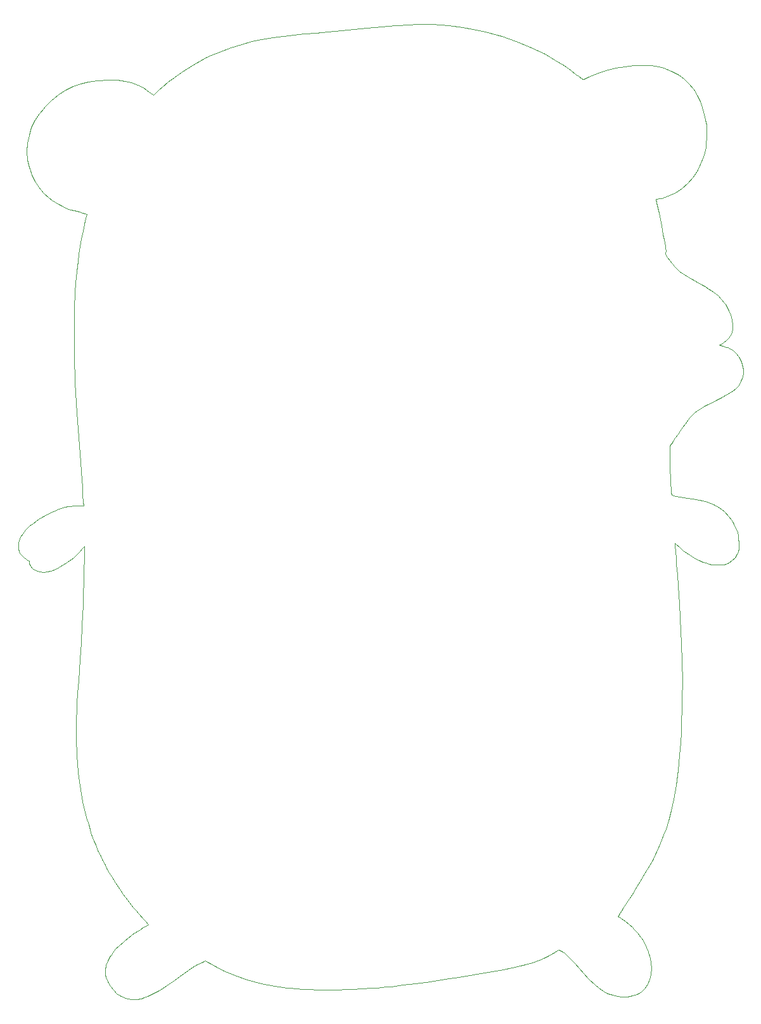
<source format=gbr>
G04 #@! TF.GenerationSoftware,KiCad,Pcbnew,8.0.5-8.0.5-0~ubuntu24.04.1*
G04 #@! TF.CreationDate,2024-09-29T10:33:02+09:00*
G04 #@! TF.ProjectId,gopher_flower_rp2040_sw,676f7068-6572-45f6-966c-6f7765725f72,rev?*
G04 #@! TF.SameCoordinates,Original*
G04 #@! TF.FileFunction,Profile,NP*
%FSLAX46Y46*%
G04 Gerber Fmt 4.6, Leading zero omitted, Abs format (unit mm)*
G04 Created by KiCad (PCBNEW 8.0.5-8.0.5-0~ubuntu24.04.1) date 2024-09-29 10:33:02*
%MOMM*%
%LPD*%
G01*
G04 APERTURE LIST*
G04 #@! TA.AperFunction,Profile*
%ADD10C,0.050000*%
G04 #@! TD*
G04 APERTURE END LIST*
D10*
X65085000Y-108350000D02*
X65095000Y-108130000D01*
X65095000Y-108130000D02*
X65115000Y-107810000D01*
X65105000Y-108680000D02*
X65085000Y-108350000D01*
X65115000Y-107810000D02*
X65195000Y-107500000D01*
X65155000Y-108910000D02*
X65105000Y-108680000D01*
X65195000Y-107500000D02*
X65385000Y-107050000D01*
X65205000Y-109030000D02*
X65155000Y-108910000D01*
X65375000Y-109290000D02*
X65205000Y-109030000D01*
X65385000Y-107050000D02*
X65685000Y-106570000D01*
X65615000Y-109570000D02*
X65375000Y-109290000D01*
X65685000Y-106570000D02*
X66065000Y-106100000D01*
X65865000Y-109820000D02*
X65615000Y-109570000D01*
X66065000Y-106100000D02*
X66195000Y-105950000D01*
X66115000Y-110010000D02*
X65865000Y-109820000D01*
X66195000Y-105950000D02*
X66635000Y-105540000D01*
X66225000Y-55500000D02*
X66305000Y-54430000D01*
X66305000Y-54430000D02*
X66495000Y-53380000D01*
X66305000Y-110140000D02*
X66115000Y-110010000D01*
X66315000Y-56610000D02*
X66225000Y-55500000D01*
X66495000Y-53380000D02*
X66825000Y-52370000D01*
X66525000Y-57680000D02*
X66315000Y-56610000D01*
X66535000Y-110250000D02*
X66305000Y-110140000D01*
X66555000Y-110600000D02*
X66535000Y-110250000D01*
X66575000Y-57830000D02*
X66525000Y-57680000D01*
X66635000Y-105540000D02*
X66775000Y-105410000D01*
X66705000Y-110950000D02*
X66555000Y-110600000D01*
X66775000Y-105410000D02*
X67015000Y-105210000D01*
X66825000Y-52370000D02*
X67335000Y-51330000D01*
X66865000Y-58710000D02*
X66575000Y-57830000D01*
X66995000Y-111260000D02*
X66705000Y-110950000D01*
X67015000Y-105210000D02*
X67435000Y-104870000D01*
X67265000Y-59500000D02*
X66865000Y-58710000D01*
X67335000Y-51330000D02*
X67875000Y-50480000D01*
X67395000Y-111500000D02*
X66995000Y-111260000D01*
X67435000Y-104870000D02*
X67815000Y-104620000D01*
X67795000Y-60290000D02*
X67265000Y-59500000D01*
X67815000Y-104620000D02*
X68185000Y-104380000D01*
X67875000Y-50480000D02*
X68445000Y-49780000D01*
X67915000Y-111670000D02*
X67395000Y-111500000D01*
X68185000Y-104380000D02*
X68525000Y-104190000D01*
X68415000Y-61010000D02*
X67795000Y-60290000D01*
X68445000Y-49780000D02*
X68555000Y-49630000D01*
X68445000Y-111740000D02*
X67915000Y-111670000D01*
X68525000Y-104190000D02*
X68955000Y-103940000D01*
X68555000Y-49630000D02*
X69155000Y-49030000D01*
X68895000Y-111720000D02*
X68445000Y-111740000D01*
X68955000Y-103940000D02*
X69715000Y-103600000D01*
X69145000Y-61710000D02*
X68415000Y-61010000D01*
X69155000Y-49030000D02*
X69465000Y-48730000D01*
X69435000Y-111590000D02*
X68895000Y-111720000D01*
X69465000Y-48730000D02*
X69855000Y-48410000D01*
X69585000Y-62030000D02*
X69145000Y-61710000D01*
X69715000Y-103600000D02*
X70475000Y-103300000D01*
X69855000Y-48410000D02*
X70445000Y-47940000D01*
X70005000Y-62340000D02*
X69585000Y-62030000D01*
X70105000Y-111320000D02*
X69435000Y-111590000D01*
X70445000Y-47940000D02*
X71365000Y-47340000D01*
X70465000Y-62610000D02*
X70005000Y-62340000D01*
X70475000Y-103300000D02*
X71295000Y-103070000D01*
X70495000Y-111110000D02*
X70105000Y-111320000D01*
X70935000Y-62870000D02*
X70465000Y-62610000D01*
X71295000Y-103070000D02*
X71775000Y-102970000D01*
X71365000Y-47340000D02*
X72365000Y-46840000D01*
X71375000Y-63080000D02*
X70935000Y-62870000D01*
X71595000Y-110410000D02*
X70495000Y-111110000D01*
X71775000Y-102970000D02*
X72695000Y-102910000D01*
X71785000Y-63230000D02*
X71375000Y-63080000D01*
X72075000Y-63330000D02*
X71785000Y-63230000D01*
X72365000Y-46840000D02*
X73405000Y-46470000D01*
X72445000Y-109780000D02*
X71595000Y-110410000D01*
X72515000Y-78780000D02*
X72525000Y-77620000D01*
X72525000Y-77620000D02*
X72555000Y-76030000D01*
X72525000Y-81040000D02*
X72515000Y-78780000D01*
X72525000Y-82080000D02*
X72525000Y-81040000D01*
X72555000Y-76030000D02*
X72605000Y-74870000D01*
X72565000Y-83970000D02*
X72525000Y-82080000D01*
X72585000Y-63450000D02*
X72075000Y-63330000D01*
X72595000Y-85230000D02*
X72565000Y-83970000D01*
X72605000Y-74870000D02*
X72625000Y-74270000D01*
X72625000Y-74270000D02*
X72705000Y-73170000D01*
X72665000Y-86390000D02*
X72595000Y-85230000D01*
X72695000Y-102910000D02*
X73325000Y-102900000D01*
X72705000Y-73170000D02*
X72785000Y-72280000D01*
X72785000Y-72280000D02*
X72865000Y-71550000D01*
X72785000Y-133380000D02*
X72805000Y-132260000D01*
X72805000Y-132260000D02*
X72825000Y-131330000D01*
X72805000Y-134130000D02*
X72785000Y-133380000D01*
X72825000Y-131330000D02*
X72865000Y-130250000D01*
X72865000Y-71550000D02*
X72935000Y-70870000D01*
X72865000Y-130250000D02*
X72915000Y-129270000D01*
X72865000Y-135960000D02*
X72805000Y-134130000D01*
X72885000Y-109400000D02*
X72445000Y-109780000D01*
X72895000Y-136410000D02*
X72865000Y-135960000D01*
X72905000Y-90450000D02*
X72665000Y-86390000D01*
X72915000Y-129270000D02*
X72985000Y-127850000D01*
X72935000Y-70870000D02*
X73025000Y-70160000D01*
X72955000Y-137150000D02*
X72895000Y-136410000D01*
X72985000Y-127850000D02*
X73095000Y-126260000D01*
X73025000Y-70160000D02*
X73155000Y-69300000D01*
X73065000Y-138530000D02*
X72955000Y-137150000D01*
X73095000Y-126260000D02*
X73275000Y-123340000D01*
X73155000Y-69300000D02*
X73335000Y-68150000D01*
X73195000Y-139670000D02*
X73065000Y-138530000D01*
X73205000Y-63600000D02*
X72585000Y-63450000D01*
X73275000Y-123340000D02*
X73445000Y-121140000D01*
X73295000Y-108990000D02*
X72885000Y-109400000D01*
X73325000Y-102900000D02*
X73775000Y-102900000D01*
X73335000Y-68150000D02*
X73495000Y-67270000D01*
X73365000Y-140830000D02*
X73195000Y-139670000D01*
X73395000Y-97070000D02*
X72905000Y-90450000D01*
X73405000Y-46470000D02*
X74425000Y-46200000D01*
X73445000Y-121140000D02*
X73565000Y-118890000D01*
X73485000Y-98330000D02*
X73395000Y-97070000D01*
X73495000Y-67270000D02*
X73715000Y-66160000D01*
X73565000Y-118890000D02*
X73695000Y-116200000D01*
X73575000Y-108670000D02*
X73295000Y-108990000D01*
X73615000Y-100330000D02*
X73485000Y-98330000D01*
X73665000Y-142390000D02*
X73365000Y-140830000D01*
X73685000Y-63730000D02*
X73205000Y-63600000D01*
X73685000Y-101400000D02*
X73615000Y-100330000D01*
X73695000Y-116200000D02*
X73755000Y-114630000D01*
X73715000Y-66160000D02*
X73895000Y-65310000D01*
X73745000Y-102400000D02*
X73685000Y-101400000D01*
X73755000Y-114630000D02*
X73795000Y-113040000D01*
X73775000Y-102900000D02*
X73745000Y-102400000D01*
X73775000Y-108420000D02*
X73575000Y-108670000D01*
X73795000Y-113040000D02*
X73835000Y-111380000D01*
X73835000Y-111380000D02*
X73865000Y-110050000D01*
X73865000Y-108330000D02*
X73775000Y-108420000D01*
X73865000Y-108640000D02*
X73865000Y-108330000D01*
X73865000Y-110050000D02*
X73875000Y-109450000D01*
X73875000Y-109450000D02*
X73865000Y-108640000D01*
X73895000Y-65310000D02*
X74025000Y-64750000D01*
X74025000Y-63830000D02*
X73685000Y-63730000D01*
X74025000Y-64750000D02*
X74155000Y-64220000D01*
X74155000Y-64220000D02*
X74235000Y-63920000D01*
X74175000Y-144550000D02*
X73665000Y-142390000D01*
X74235000Y-63920000D02*
X74025000Y-63830000D01*
X74425000Y-46200000D02*
X75595000Y-46030000D01*
X74455000Y-145450000D02*
X74175000Y-144550000D01*
X74655000Y-146150000D02*
X74455000Y-145450000D01*
X74785000Y-146540000D02*
X74655000Y-146150000D01*
X75205000Y-147670000D02*
X74785000Y-146540000D01*
X75415000Y-148200000D02*
X75205000Y-147670000D01*
X75595000Y-46030000D02*
X77145000Y-45960000D01*
X75715000Y-148900000D02*
X75415000Y-148200000D01*
X76065000Y-149690000D02*
X75715000Y-148900000D01*
X76265000Y-150100000D02*
X76065000Y-149690000D01*
X76675000Y-150870000D02*
X76265000Y-150100000D01*
X76675000Y-164940000D02*
X76785000Y-164280000D01*
X76705000Y-165560000D02*
X76675000Y-164940000D01*
X76775000Y-165860000D02*
X76705000Y-165560000D01*
X76785000Y-164280000D02*
X77025000Y-163630000D01*
X76875000Y-151280000D02*
X76675000Y-150870000D01*
X76995000Y-166450000D02*
X76775000Y-165860000D01*
X77025000Y-163630000D02*
X77165000Y-163370000D01*
X77145000Y-45960000D02*
X78335000Y-46010000D01*
X77165000Y-163370000D02*
X77365000Y-163030000D01*
X77225000Y-151890000D02*
X76875000Y-151280000D01*
X77335000Y-167030000D02*
X76995000Y-166450000D01*
X77365000Y-163030000D02*
X77415000Y-162950000D01*
X77415000Y-162950000D02*
X77705000Y-162560000D01*
X77675000Y-152640000D02*
X77225000Y-151890000D01*
X77705000Y-162560000D02*
X77905000Y-162300000D01*
X77755000Y-167550000D02*
X77335000Y-167030000D01*
X77905000Y-162300000D02*
X78085000Y-162100000D01*
X78085000Y-153280000D02*
X77675000Y-152640000D01*
X78085000Y-162100000D02*
X78455000Y-161710000D01*
X78255000Y-168040000D02*
X77755000Y-167550000D01*
X78335000Y-46010000D02*
X79275000Y-46120000D01*
X78455000Y-161710000D02*
X78615000Y-161550000D01*
X78605000Y-154080000D02*
X78085000Y-153280000D01*
X78615000Y-161550000D02*
X79035000Y-161180000D01*
X78805000Y-168410000D02*
X78255000Y-168040000D01*
X79035000Y-161180000D02*
X79335000Y-160920000D01*
X79085000Y-154740000D02*
X78605000Y-154080000D01*
X79275000Y-46120000D02*
X80175000Y-46320000D01*
X79335000Y-160920000D02*
X79735000Y-160610000D01*
X79395000Y-168680000D02*
X78805000Y-168410000D01*
X79645000Y-155520000D02*
X79085000Y-154740000D01*
X79675000Y-168760000D02*
X79395000Y-168680000D01*
X79735000Y-160610000D02*
X80125000Y-160310000D01*
X79915000Y-155870000D02*
X79645000Y-155520000D01*
X80125000Y-160310000D02*
X80365000Y-160130000D01*
X80175000Y-46320000D02*
X81005000Y-46630000D01*
X80245000Y-168850000D02*
X79675000Y-168760000D01*
X80365000Y-160130000D02*
X80895000Y-159780000D01*
X80455000Y-156540000D02*
X79915000Y-155870000D01*
X80745000Y-156910000D02*
X80455000Y-156540000D01*
X80875000Y-168840000D02*
X80245000Y-168850000D01*
X80895000Y-159780000D02*
X81315000Y-159500000D01*
X81005000Y-46630000D02*
X81745000Y-47000000D01*
X81145000Y-157370000D02*
X80745000Y-156910000D01*
X81315000Y-159500000D02*
X81795000Y-159200000D01*
X81505000Y-168730000D02*
X80875000Y-168840000D01*
X81745000Y-47000000D02*
X82195000Y-47310000D01*
X81795000Y-159200000D02*
X82175000Y-158970000D01*
X81875000Y-158200000D02*
X81145000Y-157370000D01*
X81885000Y-168620000D02*
X81505000Y-168730000D01*
X82165000Y-158520000D02*
X81875000Y-158200000D01*
X82175000Y-158970000D02*
X82435000Y-158820000D01*
X82195000Y-47310000D02*
X82555000Y-47560000D01*
X82295000Y-158660000D02*
X82165000Y-158520000D01*
X82355000Y-168440000D02*
X81885000Y-168620000D01*
X82435000Y-158820000D02*
X82295000Y-158660000D01*
X82555000Y-47560000D02*
X82825000Y-47790000D01*
X82825000Y-47790000D02*
X83035000Y-47960000D01*
X83035000Y-47960000D02*
X83085000Y-48010000D01*
X83075000Y-168100000D02*
X82355000Y-168440000D01*
X83085000Y-48010000D02*
X83345000Y-47750000D01*
X83345000Y-47750000D02*
X83535000Y-47580000D01*
X83535000Y-47580000D02*
X83915000Y-47240000D01*
X83725000Y-167730000D02*
X83075000Y-168100000D01*
X83915000Y-47240000D02*
X84315000Y-46910000D01*
X84305000Y-167380000D02*
X83725000Y-167730000D01*
X84315000Y-46910000D02*
X85115000Y-46220000D01*
X84885000Y-166980000D02*
X84305000Y-167380000D01*
X85115000Y-46220000D02*
X85935000Y-45610000D01*
X85455000Y-166590000D02*
X84885000Y-166980000D01*
X85885000Y-166290000D02*
X85455000Y-166590000D01*
X85935000Y-45610000D02*
X86835000Y-44960000D01*
X86605000Y-165770000D02*
X85885000Y-166290000D01*
X86835000Y-44960000D02*
X88485000Y-43910000D01*
X87185000Y-165370000D02*
X86605000Y-165770000D01*
X87755000Y-164970000D02*
X87185000Y-165370000D01*
X88385000Y-164550000D02*
X87755000Y-164970000D01*
X88485000Y-43910000D02*
X89665000Y-43280000D01*
X88985000Y-164200000D02*
X88385000Y-164550000D01*
X89595000Y-163880000D02*
X88985000Y-164200000D01*
X89665000Y-43280000D02*
X90245000Y-42970000D01*
X89895000Y-163730000D02*
X89595000Y-163880000D01*
X90015000Y-163700000D02*
X89895000Y-163730000D01*
X90205000Y-163780000D02*
X90015000Y-163700000D01*
X90245000Y-42970000D02*
X90845000Y-42700000D01*
X90315000Y-163840000D02*
X90205000Y-163780000D01*
X90655000Y-164040000D02*
X90315000Y-163840000D01*
X90845000Y-42700000D02*
X91905000Y-42220000D01*
X91395000Y-164450000D02*
X90655000Y-164040000D01*
X91905000Y-42220000D02*
X93415000Y-41650000D01*
X92485000Y-165010000D02*
X91395000Y-164450000D01*
X92945000Y-165200000D02*
X92485000Y-165010000D01*
X93415000Y-41650000D02*
X94855000Y-41200000D01*
X94255000Y-165730000D02*
X92945000Y-165200000D01*
X94855000Y-41200000D02*
X96245000Y-40840000D01*
X95635000Y-166190000D02*
X94255000Y-165730000D01*
X96245000Y-40840000D02*
X97505000Y-40580000D01*
X97505000Y-40580000D02*
X99105000Y-40320000D01*
X97505000Y-166680000D02*
X95635000Y-166190000D01*
X99105000Y-40320000D02*
X100425000Y-40140000D01*
X99305000Y-167030000D02*
X97505000Y-166680000D01*
X99925000Y-167120000D02*
X99305000Y-167030000D01*
X100425000Y-40140000D02*
X101285000Y-40030000D01*
X101025000Y-167280000D02*
X99925000Y-167120000D01*
X101285000Y-40030000D02*
X103225000Y-39830000D01*
X101405000Y-167320000D02*
X101025000Y-167280000D01*
X103125000Y-167470000D02*
X101405000Y-167320000D01*
X103225000Y-39830000D02*
X104855000Y-39680000D01*
X103685000Y-167490000D02*
X103125000Y-167470000D01*
X104855000Y-39680000D02*
X105585000Y-39620000D01*
X105285000Y-167560000D02*
X103685000Y-167490000D01*
X105585000Y-39620000D02*
X107355000Y-39460000D01*
X105815000Y-167560000D02*
X105285000Y-167560000D01*
X107085000Y-167550000D02*
X105815000Y-167560000D01*
X107355000Y-39460000D02*
X109025000Y-39310000D01*
X109025000Y-39310000D02*
X111665000Y-39040000D01*
X109445000Y-167490000D02*
X107085000Y-167550000D01*
X111255000Y-167410000D02*
X109445000Y-167490000D01*
X111665000Y-39040000D02*
X113585000Y-38850000D01*
X111995000Y-167350000D02*
X111255000Y-167410000D01*
X113035000Y-167270000D02*
X111995000Y-167350000D01*
X113585000Y-38850000D02*
X115455000Y-38680000D01*
X114205000Y-167170000D02*
X113035000Y-167270000D01*
X114955000Y-167100000D02*
X114205000Y-167170000D01*
X115455000Y-38680000D02*
X117355000Y-38580000D01*
X115855000Y-166990000D02*
X114955000Y-167100000D01*
X117185000Y-166830000D02*
X115855000Y-166990000D01*
X117355000Y-38580000D02*
X118305000Y-38550000D01*
X118155000Y-166710000D02*
X117185000Y-166830000D01*
X118305000Y-38550000D02*
X119395000Y-38550000D01*
X119395000Y-38550000D02*
X120375000Y-38560000D01*
X120115000Y-166420000D02*
X118155000Y-166710000D01*
X120375000Y-38560000D02*
X121495000Y-38610000D01*
X121495000Y-38610000D02*
X122575000Y-38700000D01*
X121595000Y-166200000D02*
X120115000Y-166420000D01*
X122575000Y-38700000D02*
X124445000Y-38940000D01*
X122635000Y-166040000D02*
X121595000Y-166200000D01*
X123965000Y-165830000D02*
X122635000Y-166040000D01*
X124445000Y-38940000D02*
X125825000Y-39170000D01*
X125825000Y-39170000D02*
X127475000Y-39530000D01*
X125885000Y-165510000D02*
X123965000Y-165830000D01*
X127355000Y-165270000D02*
X125885000Y-165510000D01*
X127475000Y-39530000D02*
X128975000Y-39930000D01*
X128425000Y-165110000D02*
X127355000Y-165270000D01*
X128975000Y-39930000D02*
X129685000Y-40130000D01*
X129685000Y-40130000D02*
X131565000Y-40780000D01*
X129845000Y-164860000D02*
X128425000Y-165110000D01*
X131075000Y-164610000D02*
X129845000Y-164860000D01*
X131565000Y-40780000D02*
X133405000Y-41540000D01*
X132155000Y-164370000D02*
X131075000Y-164610000D01*
X132835000Y-164190000D02*
X132155000Y-164370000D01*
X133405000Y-41540000D02*
X135455000Y-42550000D01*
X133735000Y-163920000D02*
X132835000Y-164190000D01*
X134685000Y-163560000D02*
X133735000Y-163920000D01*
X135265000Y-163310000D02*
X134685000Y-163560000D01*
X135455000Y-42550000D02*
X136845000Y-43320000D01*
X135925000Y-162990000D02*
X135265000Y-163310000D01*
X136375000Y-162760000D02*
X135925000Y-162990000D01*
X136695000Y-162570000D02*
X136375000Y-162760000D01*
X136845000Y-43320000D02*
X137965000Y-44050000D01*
X137055000Y-162340000D02*
X136695000Y-162570000D01*
X137315000Y-162210000D02*
X137055000Y-162340000D01*
X137795000Y-162470000D02*
X137315000Y-162210000D01*
X137965000Y-44050000D02*
X138905000Y-44690000D01*
X138035000Y-162670000D02*
X137795000Y-162470000D01*
X138385000Y-162970000D02*
X138035000Y-162670000D01*
X138695000Y-163260000D02*
X138385000Y-162970000D01*
X138905000Y-44690000D02*
X139555000Y-45180000D01*
X139015000Y-163590000D02*
X138695000Y-163260000D01*
X139425000Y-164040000D02*
X139015000Y-163590000D01*
X139555000Y-45180000D02*
X139915000Y-45450000D01*
X139915000Y-45450000D02*
X140355000Y-45770000D01*
X139995000Y-164680000D02*
X139425000Y-164040000D01*
X140355000Y-45770000D02*
X140435000Y-45830000D01*
X140435000Y-45830000D02*
X140485000Y-45860000D01*
X140485000Y-45860000D02*
X140585000Y-45860000D01*
X140585000Y-45860000D02*
X140775000Y-45810000D01*
X140605000Y-165380000D02*
X139995000Y-164680000D01*
X140775000Y-45810000D02*
X141315000Y-45550000D01*
X141305000Y-166110000D02*
X140605000Y-165380000D01*
X141315000Y-45550000D02*
X142145000Y-45210000D01*
X142115000Y-166870000D02*
X141305000Y-166110000D01*
X142145000Y-45210000D02*
X142525000Y-45070000D01*
X142525000Y-45070000D02*
X143605000Y-44700000D01*
X142635000Y-167290000D02*
X142115000Y-166870000D01*
X143255000Y-167710000D02*
X142635000Y-167290000D01*
X143605000Y-44700000D02*
X144865000Y-44390000D01*
X143865000Y-168030000D02*
X143255000Y-167710000D01*
X144505000Y-168260000D02*
X143865000Y-168030000D01*
X144865000Y-44390000D02*
X146085000Y-44170000D01*
X145135000Y-168400000D02*
X144505000Y-168260000D01*
X145195000Y-157700000D02*
X145225000Y-157750000D01*
X145225000Y-157750000D02*
X145325000Y-157820000D01*
X145235000Y-157660000D02*
X145195000Y-157700000D01*
X145325000Y-157820000D02*
X145585000Y-157980000D01*
X145355000Y-157490000D02*
X145235000Y-157660000D01*
X145465000Y-157330000D02*
X145355000Y-157490000D01*
X145585000Y-157980000D02*
X145945000Y-158230000D01*
X145685000Y-156980000D02*
X145465000Y-157330000D01*
X145815000Y-168480000D02*
X145135000Y-168400000D01*
X145895000Y-156670000D02*
X145685000Y-156980000D01*
X145945000Y-158230000D02*
X146125000Y-158350000D01*
X146085000Y-44170000D02*
X147325000Y-44030000D01*
X146125000Y-158350000D02*
X146685000Y-158800000D01*
X146215000Y-156170000D02*
X145895000Y-156670000D01*
X146425000Y-168480000D02*
X145815000Y-168480000D01*
X146685000Y-158800000D02*
X147115000Y-159200000D01*
X146715000Y-155380000D02*
X146215000Y-156170000D01*
X147105000Y-154760000D02*
X146715000Y-155380000D01*
X147115000Y-159200000D02*
X147315000Y-159410000D01*
X147135000Y-168360000D02*
X146425000Y-168480000D01*
X147315000Y-159410000D02*
X147685000Y-159800000D01*
X147325000Y-44030000D02*
X148455000Y-44000000D01*
X147685000Y-153820000D02*
X147105000Y-154760000D01*
X147685000Y-159800000D02*
X147785000Y-159910000D01*
X147765000Y-168130000D02*
X147135000Y-168360000D01*
X147785000Y-159910000D02*
X148085000Y-160280000D01*
X148055000Y-167960000D02*
X147765000Y-168130000D01*
X148085000Y-160280000D02*
X148185000Y-160430000D01*
X148185000Y-160430000D02*
X148365000Y-160700000D01*
X148235000Y-152930000D02*
X147685000Y-153820000D01*
X148295000Y-167800000D02*
X148055000Y-167960000D01*
X148365000Y-160700000D02*
X148715000Y-161260000D01*
X148455000Y-44000000D02*
X149625000Y-44070000D01*
X148695000Y-152160000D02*
X148235000Y-152930000D01*
X148715000Y-161260000D02*
X148985000Y-161850000D01*
X148755000Y-167360000D02*
X148295000Y-167800000D01*
X148985000Y-161850000D02*
X149115000Y-162110000D01*
X149115000Y-162110000D02*
X149165000Y-162240000D01*
X149145000Y-166780000D02*
X148755000Y-167360000D01*
X149165000Y-162240000D02*
X149355000Y-162800000D01*
X149355000Y-162800000D02*
X149415000Y-162980000D01*
X149415000Y-162980000D02*
X149585000Y-163840000D01*
X149415000Y-166140000D02*
X149145000Y-166780000D01*
X149485000Y-150770000D02*
X148695000Y-152160000D01*
X149555000Y-165530000D02*
X149415000Y-166140000D01*
X149585000Y-163840000D02*
X149645000Y-164690000D01*
X149625000Y-44070000D02*
X150675000Y-44240000D01*
X149645000Y-164690000D02*
X149555000Y-165530000D01*
X149815000Y-150170000D02*
X149485000Y-150770000D01*
X150275000Y-149250000D02*
X149815000Y-150170000D01*
X150295000Y-61940000D02*
X150375000Y-62370000D01*
X150325000Y-61900000D02*
X150295000Y-61940000D01*
X150365000Y-61900000D02*
X150325000Y-61900000D01*
X150375000Y-62370000D02*
X150535000Y-63100000D01*
X150465000Y-61890000D02*
X150365000Y-61900000D01*
X150535000Y-63100000D02*
X150665000Y-63770000D01*
X150665000Y-63770000D02*
X150845000Y-64630000D01*
X150675000Y-44240000D02*
X151245000Y-44390000D01*
X150675000Y-61850000D02*
X150465000Y-61890000D01*
X150685000Y-148380000D02*
X150275000Y-149250000D01*
X150845000Y-64630000D02*
X151005000Y-65450000D01*
X150995000Y-61780000D02*
X150675000Y-61850000D01*
X151005000Y-65450000D02*
X151235000Y-66680000D01*
X151065000Y-147470000D02*
X150685000Y-148380000D01*
X151235000Y-66680000D02*
X151355000Y-67330000D01*
X151245000Y-44390000D02*
X152275000Y-44760000D01*
X151305000Y-146860000D02*
X151065000Y-147470000D01*
X151355000Y-67330000D02*
X151505000Y-68150000D01*
X151485000Y-61620000D02*
X150995000Y-61780000D01*
X151505000Y-68150000D02*
X151565000Y-68550000D01*
X151525000Y-69160000D02*
X151575000Y-69290000D01*
X151535000Y-69090000D02*
X151525000Y-69160000D01*
X151565000Y-68550000D02*
X151585000Y-68700000D01*
X151575000Y-69020000D02*
X151535000Y-69090000D01*
X151575000Y-69290000D02*
X151805000Y-69670000D01*
X151585000Y-68700000D02*
X151595000Y-68900000D01*
X151595000Y-68900000D02*
X151575000Y-69020000D01*
X151595000Y-146070000D02*
X151305000Y-146860000D01*
X151805000Y-69670000D02*
X152135000Y-70150000D01*
X151905000Y-61480000D02*
X151485000Y-61620000D01*
X151925000Y-144990000D02*
X151595000Y-146070000D01*
X152135000Y-70150000D02*
X152375000Y-70460000D01*
X152135000Y-97280000D02*
X152145000Y-98240000D01*
X152145000Y-95680000D02*
X152145000Y-96480000D01*
X152145000Y-96480000D02*
X152135000Y-97280000D01*
X152145000Y-98240000D02*
X152175000Y-98990000D01*
X152155000Y-95120000D02*
X152145000Y-95680000D01*
X152165000Y-94940000D02*
X152155000Y-95120000D01*
X152175000Y-98990000D02*
X152195000Y-99540000D01*
X152195000Y-99540000D02*
X152205000Y-99820000D01*
X152205000Y-99820000D02*
X152275000Y-100650000D01*
X152215000Y-94780000D02*
X152165000Y-94940000D01*
X152255000Y-94700000D02*
X152215000Y-94780000D01*
X152275000Y-44760000D02*
X153145000Y-45220000D01*
X152275000Y-100650000D02*
X152305000Y-101100000D01*
X152285000Y-143600000D02*
X151925000Y-144990000D01*
X152305000Y-101100000D02*
X152355000Y-101480000D01*
X152355000Y-94540000D02*
X152255000Y-94700000D01*
X152355000Y-101480000D02*
X152895000Y-101580000D01*
X152375000Y-70460000D02*
X152515000Y-70630000D01*
X152445000Y-61260000D02*
X151905000Y-61480000D01*
X152515000Y-70630000D02*
X152715000Y-70850000D01*
X152555000Y-94250000D02*
X152355000Y-94540000D01*
X152615000Y-142070000D02*
X152285000Y-143600000D01*
X152715000Y-70850000D02*
X152885000Y-71030000D01*
X152825000Y-107860000D02*
X152835000Y-108150000D01*
X152835000Y-108150000D02*
X152885000Y-109020000D01*
X152845000Y-93840000D02*
X152555000Y-94250000D01*
X152885000Y-71030000D02*
X153165000Y-71310000D01*
X152885000Y-109020000D02*
X152945000Y-109740000D01*
X152895000Y-101580000D02*
X153995000Y-101760000D01*
X152925000Y-61010000D02*
X152445000Y-61260000D01*
X152945000Y-109740000D02*
X153005000Y-110640000D01*
X152945000Y-140230000D02*
X152615000Y-142070000D01*
X152965000Y-108020000D02*
X152825000Y-107860000D01*
X153005000Y-110640000D02*
X153115000Y-112130000D01*
X153115000Y-112130000D02*
X153215000Y-113560000D01*
X153145000Y-45220000D02*
X153285000Y-45310000D01*
X153165000Y-71310000D02*
X153525000Y-71620000D01*
X153195000Y-93340000D02*
X152845000Y-93840000D01*
X153215000Y-113560000D02*
X153385000Y-116020000D01*
X153225000Y-138170000D02*
X152945000Y-140230000D01*
X153285000Y-45310000D02*
X153985000Y-45810000D01*
X153375000Y-108390000D02*
X152965000Y-108020000D01*
X153385000Y-116020000D02*
X153485000Y-117690000D01*
X153425000Y-136230000D02*
X153225000Y-138170000D01*
X153485000Y-92900000D02*
X153195000Y-93340000D01*
X153485000Y-117690000D02*
X153595000Y-119690000D01*
X153525000Y-71620000D02*
X153675000Y-71740000D01*
X153545000Y-134570000D02*
X153425000Y-136230000D01*
X153595000Y-119690000D02*
X153665000Y-121140000D01*
X153625000Y-133100000D02*
X153545000Y-134570000D01*
X153665000Y-121140000D02*
X153785000Y-126340000D01*
X153675000Y-71740000D02*
X153915000Y-71900000D01*
X153695000Y-131550000D02*
X153625000Y-133100000D01*
X153735000Y-130230000D02*
X153695000Y-131550000D01*
X153755000Y-60460000D02*
X152925000Y-61010000D01*
X153775000Y-128610000D02*
X153735000Y-130230000D01*
X153785000Y-126340000D02*
X153775000Y-128610000D01*
X153845000Y-92360000D02*
X153485000Y-92900000D01*
X153915000Y-71900000D02*
X154555000Y-72290000D01*
X153915000Y-108850000D02*
X153375000Y-108390000D01*
X153985000Y-45810000D02*
X154705000Y-46510000D01*
X153995000Y-101760000D02*
X154445000Y-101830000D01*
X154125000Y-91960000D02*
X153845000Y-92360000D01*
X154445000Y-101830000D02*
X155165000Y-101960000D01*
X154495000Y-59810000D02*
X153755000Y-60460000D01*
X154555000Y-72290000D02*
X155015000Y-72550000D01*
X154555000Y-91370000D02*
X154125000Y-91960000D01*
X154705000Y-46510000D02*
X155325000Y-47270000D01*
X154775000Y-91100000D02*
X154555000Y-91370000D01*
X154815000Y-109500000D02*
X153915000Y-108850000D01*
X155015000Y-72550000D02*
X155365000Y-72750000D01*
X155085000Y-90760000D02*
X154775000Y-91100000D01*
X155165000Y-101960000D02*
X155635000Y-102050000D01*
X155175000Y-59040000D02*
X154495000Y-59810000D01*
X155325000Y-47270000D02*
X155865000Y-48160000D01*
X155365000Y-72750000D02*
X155625000Y-72900000D01*
X155405000Y-90460000D02*
X155085000Y-90760000D01*
X155625000Y-72900000D02*
X156535000Y-73410000D01*
X155625000Y-109970000D02*
X154815000Y-109500000D01*
X155635000Y-102050000D02*
X156045000Y-102140000D01*
X155735000Y-58200000D02*
X155175000Y-59040000D01*
X155785000Y-90170000D02*
X155405000Y-90460000D01*
X155865000Y-48160000D02*
X156165000Y-48840000D01*
X156025000Y-110150000D02*
X155625000Y-109970000D01*
X156045000Y-102140000D02*
X156535000Y-102240000D01*
X156155000Y-89910000D02*
X155785000Y-90170000D01*
X156165000Y-48840000D02*
X156295000Y-49140000D01*
X156225000Y-57260000D02*
X155735000Y-58200000D01*
X156295000Y-49140000D02*
X156655000Y-50210000D01*
X156535000Y-73410000D02*
X156865000Y-73600000D01*
X156535000Y-102240000D02*
X157155000Y-102410000D01*
X156535000Y-110380000D02*
X156025000Y-110150000D01*
X156615000Y-56200000D02*
X156225000Y-57260000D01*
X156655000Y-50210000D02*
X156895000Y-51340000D01*
X156685000Y-89620000D02*
X156155000Y-89910000D01*
X156745000Y-55680000D02*
X156615000Y-56200000D01*
X156865000Y-73600000D02*
X157325000Y-73880000D01*
X156895000Y-51340000D02*
X157005000Y-52010000D01*
X156915000Y-54970000D02*
X156745000Y-55680000D01*
X156985000Y-54380000D02*
X156915000Y-54970000D01*
X156985000Y-110530000D02*
X156535000Y-110380000D01*
X157005000Y-52010000D02*
X157035000Y-52530000D01*
X157035000Y-52530000D02*
X157045000Y-53340000D01*
X157035000Y-53760000D02*
X156985000Y-54380000D01*
X157045000Y-53340000D02*
X157035000Y-53760000D01*
X157155000Y-102410000D02*
X158005000Y-102750000D01*
X157185000Y-89360000D02*
X156685000Y-89620000D01*
X157325000Y-73880000D02*
X157635000Y-74080000D01*
X157415000Y-110670000D02*
X156985000Y-110530000D01*
X157635000Y-74080000D02*
X157955000Y-74310000D01*
X157755000Y-110730000D02*
X157415000Y-110670000D01*
X157785000Y-89060000D02*
X157185000Y-89360000D01*
X157955000Y-74310000D02*
X158205000Y-74500000D01*
X158005000Y-102750000D02*
X158765000Y-103160000D01*
X158035000Y-110770000D02*
X157755000Y-110730000D01*
X158205000Y-74500000D02*
X158335000Y-74610000D01*
X158235000Y-88830000D02*
X157785000Y-89060000D01*
X158335000Y-74610000D02*
X158535000Y-74800000D01*
X158435000Y-110780000D02*
X158035000Y-110770000D01*
X158535000Y-74800000D02*
X159005000Y-75250000D01*
X158755000Y-81400000D02*
X158915000Y-81460000D01*
X158765000Y-103160000D02*
X159445000Y-103680000D01*
X158795000Y-81370000D02*
X158755000Y-81400000D01*
X158915000Y-81460000D02*
X159255000Y-81540000D01*
X158935000Y-88490000D02*
X158235000Y-88830000D01*
X158975000Y-81280000D02*
X158795000Y-81370000D01*
X159005000Y-75250000D02*
X159425000Y-75780000D01*
X159135000Y-110750000D02*
X158435000Y-110780000D01*
X159205000Y-81160000D02*
X158975000Y-81280000D01*
X159255000Y-81540000D02*
X159675000Y-81670000D01*
X159355000Y-81060000D02*
X159205000Y-81160000D01*
X159395000Y-110720000D02*
X159135000Y-110750000D01*
X159425000Y-75780000D02*
X159555000Y-75960000D01*
X159445000Y-103680000D02*
X160025000Y-104300000D01*
X159515000Y-88170000D02*
X158935000Y-88490000D01*
X159555000Y-75960000D02*
X159925000Y-76600000D01*
X159615000Y-110670000D02*
X159395000Y-110720000D01*
X159675000Y-81670000D02*
X159915000Y-81750000D01*
X159695000Y-80810000D02*
X159355000Y-81060000D01*
X159825000Y-110580000D02*
X159615000Y-110670000D01*
X159915000Y-81750000D02*
X160085000Y-81840000D01*
X159925000Y-76600000D02*
X160025000Y-76760000D01*
X159955000Y-87910000D02*
X159515000Y-88170000D01*
X159975000Y-110500000D02*
X159825000Y-110580000D01*
X160025000Y-76760000D02*
X160275000Y-77410000D01*
X160025000Y-104300000D02*
X160345000Y-104780000D01*
X160045000Y-80410000D02*
X159695000Y-80810000D01*
X160085000Y-81840000D02*
X160505000Y-82070000D01*
X160275000Y-77410000D02*
X160445000Y-78020000D01*
X160315000Y-79910000D02*
X160045000Y-80410000D01*
X160345000Y-104780000D02*
X160505000Y-105010000D01*
X160435000Y-110190000D02*
X159975000Y-110500000D01*
X160445000Y-78020000D02*
X160525000Y-78660000D01*
X160485000Y-79330000D02*
X160315000Y-79910000D01*
X160505000Y-82070000D02*
X160665000Y-82210000D01*
X160505000Y-105010000D02*
X160685000Y-105340000D01*
X160515000Y-87540000D02*
X159955000Y-87910000D01*
X160525000Y-78660000D02*
X160485000Y-79330000D01*
X160665000Y-82210000D02*
X160975000Y-82480000D01*
X160685000Y-105340000D02*
X160865000Y-105730000D01*
X160855000Y-109790000D02*
X160435000Y-110190000D01*
X160865000Y-105730000D02*
X161065000Y-106210000D01*
X160925000Y-87210000D02*
X160515000Y-87540000D01*
X160975000Y-82480000D02*
X161395000Y-83020000D01*
X161065000Y-106210000D02*
X161235000Y-106770000D01*
X161145000Y-109350000D02*
X160855000Y-109790000D01*
X161215000Y-109220000D02*
X161145000Y-109350000D01*
X161235000Y-86890000D02*
X160925000Y-87210000D01*
X161235000Y-106770000D02*
X161305000Y-107250000D01*
X161305000Y-107250000D02*
X161335000Y-107770000D01*
X161305000Y-108950000D02*
X161215000Y-109220000D01*
X161325000Y-108640000D02*
X161305000Y-108950000D01*
X161335000Y-107770000D02*
X161335000Y-108450000D01*
X161335000Y-108450000D02*
X161325000Y-108640000D01*
X161395000Y-83020000D02*
X161675000Y-83620000D01*
X161465000Y-86580000D02*
X161235000Y-86890000D01*
X161655000Y-86240000D02*
X161465000Y-86580000D01*
X161675000Y-83620000D02*
X161785000Y-83970000D01*
X161785000Y-83970000D02*
X161915000Y-84650000D01*
X161785000Y-85880000D02*
X161655000Y-86240000D01*
X161915000Y-84650000D02*
X161915000Y-85300000D01*
X161915000Y-85300000D02*
X161785000Y-85880000D01*
M02*

</source>
